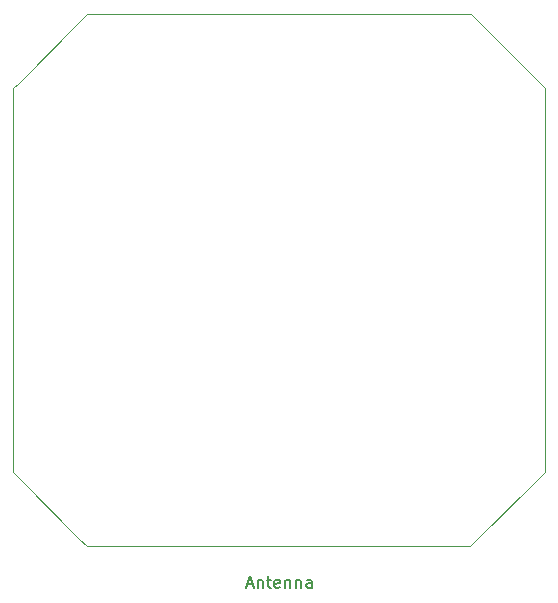
<source format=gbr>
G04 #@! TF.GenerationSoftware,KiCad,Pcbnew,9.0.1*
G04 #@! TF.CreationDate,2025-04-25T12:08:24+05:30*
G04 #@! TF.ProjectId,esp32_quad_baro_bootser_nousb_BMP,65737033-325f-4717-9561-645f6261726f,rev?*
G04 #@! TF.SameCoordinates,Original*
G04 #@! TF.FileFunction,Other,Comment*
%FSLAX46Y46*%
G04 Gerber Fmt 4.6, Leading zero omitted, Abs format (unit mm)*
G04 Created by KiCad (PCBNEW 9.0.1) date 2025-04-25 12:08:24*
%MOMM*%
%LPD*%
G01*
G04 APERTURE LIST*
%ADD10C,0.150000*%
G04 #@! TA.AperFunction,Profile*
%ADD11C,0.025400*%
G04 #@! TD*
G04 APERTURE END LIST*
D10*
X128166205Y-112270554D02*
X128642395Y-112270554D01*
X128070967Y-112556269D02*
X128404300Y-111556269D01*
X128404300Y-111556269D02*
X128737633Y-112556269D01*
X129070967Y-111889602D02*
X129070967Y-112556269D01*
X129070967Y-111984840D02*
X129118586Y-111937221D01*
X129118586Y-111937221D02*
X129213824Y-111889602D01*
X129213824Y-111889602D02*
X129356681Y-111889602D01*
X129356681Y-111889602D02*
X129451919Y-111937221D01*
X129451919Y-111937221D02*
X129499538Y-112032459D01*
X129499538Y-112032459D02*
X129499538Y-112556269D01*
X129832872Y-111889602D02*
X130213824Y-111889602D01*
X129975729Y-111556269D02*
X129975729Y-112413411D01*
X129975729Y-112413411D02*
X130023348Y-112508650D01*
X130023348Y-112508650D02*
X130118586Y-112556269D01*
X130118586Y-112556269D02*
X130213824Y-112556269D01*
X130928110Y-112508650D02*
X130832872Y-112556269D01*
X130832872Y-112556269D02*
X130642396Y-112556269D01*
X130642396Y-112556269D02*
X130547158Y-112508650D01*
X130547158Y-112508650D02*
X130499539Y-112413411D01*
X130499539Y-112413411D02*
X130499539Y-112032459D01*
X130499539Y-112032459D02*
X130547158Y-111937221D01*
X130547158Y-111937221D02*
X130642396Y-111889602D01*
X130642396Y-111889602D02*
X130832872Y-111889602D01*
X130832872Y-111889602D02*
X130928110Y-111937221D01*
X130928110Y-111937221D02*
X130975729Y-112032459D01*
X130975729Y-112032459D02*
X130975729Y-112127697D01*
X130975729Y-112127697D02*
X130499539Y-112222935D01*
X131404301Y-111889602D02*
X131404301Y-112556269D01*
X131404301Y-111984840D02*
X131451920Y-111937221D01*
X131451920Y-111937221D02*
X131547158Y-111889602D01*
X131547158Y-111889602D02*
X131690015Y-111889602D01*
X131690015Y-111889602D02*
X131785253Y-111937221D01*
X131785253Y-111937221D02*
X131832872Y-112032459D01*
X131832872Y-112032459D02*
X131832872Y-112556269D01*
X132309063Y-111889602D02*
X132309063Y-112556269D01*
X132309063Y-111984840D02*
X132356682Y-111937221D01*
X132356682Y-111937221D02*
X132451920Y-111889602D01*
X132451920Y-111889602D02*
X132594777Y-111889602D01*
X132594777Y-111889602D02*
X132690015Y-111937221D01*
X132690015Y-111937221D02*
X132737634Y-112032459D01*
X132737634Y-112032459D02*
X132737634Y-112556269D01*
X133642396Y-112556269D02*
X133642396Y-112032459D01*
X133642396Y-112032459D02*
X133594777Y-111937221D01*
X133594777Y-111937221D02*
X133499539Y-111889602D01*
X133499539Y-111889602D02*
X133309063Y-111889602D01*
X133309063Y-111889602D02*
X133213825Y-111937221D01*
X133642396Y-112508650D02*
X133547158Y-112556269D01*
X133547158Y-112556269D02*
X133309063Y-112556269D01*
X133309063Y-112556269D02*
X133213825Y-112508650D01*
X133213825Y-112508650D02*
X133166206Y-112413411D01*
X133166206Y-112413411D02*
X133166206Y-112318173D01*
X133166206Y-112318173D02*
X133213825Y-112222935D01*
X133213825Y-112222935D02*
X133309063Y-112175316D01*
X133309063Y-112175316D02*
X133547158Y-112175316D01*
X133547158Y-112175316D02*
X133642396Y-112127697D01*
D11*
X122647460Y-109008420D02*
X119947440Y-109008420D01*
X108397550Y-101116380D02*
X108397550Y-102768910D01*
X141847570Y-109008420D02*
X147090000Y-109008420D01*
X108397550Y-70248020D02*
X108860000Y-69790000D01*
X108397550Y-75400410D02*
X108397550Y-97616520D01*
X139147550Y-109008420D02*
X141847570Y-109008420D01*
X114637060Y-64008510D02*
X113940000Y-64690000D01*
X108397550Y-97616520D02*
X108397550Y-101116380D01*
X113970000Y-108460000D02*
X114637060Y-109008420D01*
X123247410Y-64008510D02*
X138547610Y-64008510D01*
X153397460Y-71900540D02*
X153397460Y-70248020D01*
X147157950Y-64008510D02*
X153397460Y-70248020D01*
X108397550Y-102768910D02*
X108840000Y-103230000D01*
X153397460Y-102768910D02*
X153080000Y-103120000D01*
X108397550Y-70248020D02*
X108397550Y-71900540D01*
X147090000Y-109008420D02*
X153080000Y-103120000D01*
X153397460Y-97616520D02*
X153397460Y-75400410D01*
X113940000Y-64690000D02*
X108860000Y-69790000D01*
X139147550Y-109008420D02*
X122647460Y-109008420D01*
X153397460Y-102768910D02*
X153397460Y-101116380D01*
X153397460Y-71900540D02*
X153397460Y-75400410D01*
X108840000Y-103230000D02*
X113970000Y-108460000D01*
X147157950Y-64008510D02*
X138547610Y-64008510D01*
X123247410Y-64008510D02*
X114637060Y-64008510D01*
X114637060Y-109008420D02*
X119947440Y-109008420D01*
X153397460Y-97616520D02*
X153397460Y-101116380D01*
X108397550Y-75400410D02*
X108397550Y-71900540D01*
M02*

</source>
